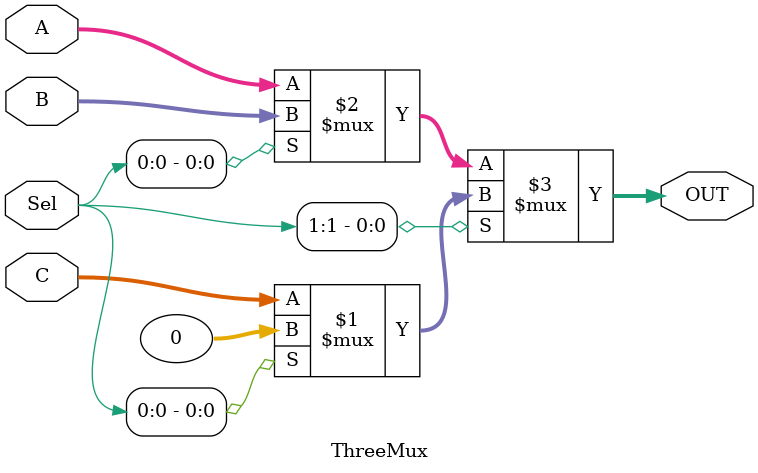
<source format=v>
module ThreeMux(A,B,C,Sel,OUT);
input [31:0]A, B, C;
input [1:0] Sel;
output [31:0] OUT;
assign OUT = Sel[1] ? (Sel[0] ? 0 : C) : (Sel[0] ? B : A);
endmodule
</source>
